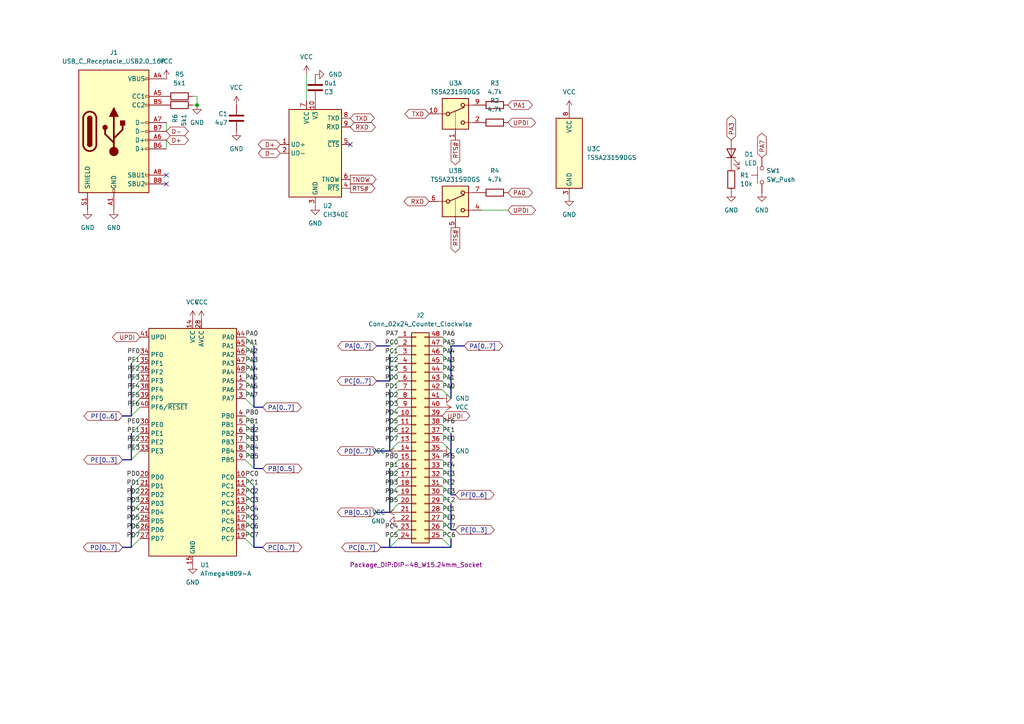
<source format=kicad_sch>
(kicad_sch (version 20231120) (generator "eeschema") (generator_version "8.0")
  (paper "A4")
  (lib_symbols
    (symbol "Analog_Switch:TS5A23159DGS"
      (property "Reference" "U" (at -5.08 8.89 0))
      (property "Value" "TS5A23159DGS" (at -5.08 6.985 0))
      (symbol "TS5A23159DGS_1_1"
        (rectangle (start -3.81 4.445) (end 3.81 -4.445) (stroke (width 0.254)) (fill (type background)))
        (circle (center -2.159 0) (radius 0.508) (stroke (width 0.254)))
        (polyline (pts (xy -5.08 0) (xy -2.794 0)))
        (polyline (pts (xy -1.651 0.127) (xy 2.54 1.905)) (stroke (width 0.254)))
        (polyline (pts (xy 0 -5.08) (xy 0 -4.572)))
        (polyline (pts (xy 0 -4.318) (xy 0 -4.064)))
        (polyline (pts (xy 0 -3.81) (xy 0 -3.556)))
        (polyline (pts (xy 0 -3.302) (xy 0 -3.048)))
        (polyline (pts (xy 0 -2.794) (xy 0 -2.54)))
        (polyline (pts (xy 0 -2.286) (xy 0 -2.032)))
        (polyline (pts (xy 0 -1.778) (xy 0 -1.524)))
        (polyline (pts (xy 0 -1.27) (xy 0 -1.016)))
        (polyline (pts (xy 0 -0.762) (xy 0 -0.508)))
        (polyline (pts (xy 0 -0.254) (xy 0 0)))
        (polyline (pts (xy 0 0.254) (xy 0 0.508)))
        (polyline (pts (xy 5.08 -2.54) (xy 2.794 -2.54)))
        (polyline (pts (xy 5.08 2.54) (xy 2.794 2.54)))
        (circle (center 2.159 -2.54) (radius 0.508) (stroke (width 0.254)))
        (circle (center 2.159 2.54) (radius 0.508) (stroke (width 0.254)))
        (pin input line (at 0 -7.62 90) (length 2.54) (name "~") (number "1"))
        (pin passive line (at -7.62 0 0) (length 2.54) (name "~") (number "10"))
        (pin passive line (at 7.62 -2.54 180) (length 2.54) (name "~") (number "2"))
        (pin passive line (at 7.62 2.54 180) (length 2.54) (name "~") (number "9"))
      )
      (symbol "TS5A23159DGS_2_1"
        (rectangle (start -3.81 4.445) (end 3.81 -4.445) (stroke (width 0.254)) (fill (type background)))
        (circle (center -2.159 0) (radius 0.508) (stroke (width 0.254)))
        (polyline (pts (xy -5.08 0) (xy -2.794 0)))
        (polyline (pts (xy -1.651 0.127) (xy 2.54 1.905)) (stroke (width 0.254)))
        (polyline (pts (xy 0 -5.08) (xy 0 -4.572)))
        (polyline (pts (xy 0 -4.318) (xy 0 -4.064)))
        (polyline (pts (xy 0 -3.81) (xy 0 -3.556)))
        (polyline (pts (xy 0 -3.302) (xy 0 -3.048)))
        (polyline (pts (xy 0 -2.794) (xy 0 -2.54)))
        (polyline (pts (xy 0 -2.286) (xy 0 -2.032)))
        (polyline (pts (xy 0 -1.778) (xy 0 -1.524)))
        (polyline (pts (xy 0 -1.27) (xy 0 -1.016)))
        (polyline (pts (xy 0 -0.762) (xy 0 -0.508)))
        (polyline (pts (xy 0 -0.254) (xy 0 0)))
        (polyline (pts (xy 0 0.254) (xy 0 0.508)))
        (polyline (pts (xy 5.08 -2.54) (xy 2.794 -2.54)))
        (polyline (pts (xy 5.08 2.54) (xy 2.794 2.54)))
        (circle (center 2.159 -2.54) (radius 0.508) (stroke (width 0.254)))
        (circle (center 2.159 2.54) (radius 0.508) (stroke (width 0.254)))
        (pin passive line (at 7.62 -2.54 180) (length 2.54) (name "~") (number "4"))
        (pin input line (at 0 -7.62 90) (length 2.54) (name "~") (number "5"))
        (pin passive line (at -7.62 0 0) (length 2.54) (name "~") (number "6"))
        (pin passive line (at 7.62 2.54 180) (length 2.54) (name "~") (number "7"))
      )
      (symbol "TS5A23159DGS_3_1"
        (rectangle (start -3.81 10.16) (end 3.81 -10.16) (stroke (width 0.254)) (fill (type background)))
        (pin power_in line (at 0 -12.7 90) (length 2.54) (name "GND") (number "3"))
        (pin power_in line (at 0 12.7 270) (length 2.54) (name "VCC") (number "8"))
      )
    )
    (symbol "Connector:USB_C_Receptacle_USB2.0_16P" (pin_names (offset 1.016))
      (property "Reference" "J" (at 0 22.225 0))
      (property "Value" "USB_C_Receptacle_USB2.0_16P" (at 0 19.685 0))
      (symbol "USB_C_Receptacle_USB2.0_16P_0_0"
        (rectangle (start -0.254 -17.78) (end 0.254 -16.764))
        (rectangle (start 10.16 -14.986) (end 9.144 -15.494))
        (rectangle (start 10.16 -12.446) (end 9.144 -12.954))
        (rectangle (start 10.16 -4.826) (end 9.144 -5.334))
        (rectangle (start 10.16 -2.286) (end 9.144 -2.794))
        (rectangle (start 10.16 0.254) (end 9.144 -0.254))
        (rectangle (start 10.16 2.794) (end 9.144 2.286))
        (rectangle (start 10.16 7.874) (end 9.144 7.366))
        (rectangle (start 10.16 10.414) (end 9.144 9.906))
        (rectangle (start 10.16 15.494) (end 9.144 14.986))
      )
      (symbol "USB_C_Receptacle_USB2.0_16P_0_1"
        (rectangle (start -10.16 17.78) (end 10.16 -17.78) (stroke (width 0.254)) (fill (type background)))
        (arc (start -8.89 -3.81) (mid -6.985 -5.7067) (end -5.08 -3.81) (stroke (width 0.508)))
        (arc (start -7.62 -3.81) (mid -6.985 -4.4423) (end -6.35 -3.81) (stroke (width 0.254)))
        (arc (start -7.62 -3.81) (mid -6.985 -4.4423) (end -6.35 -3.81) (stroke (width 0.254)) (fill (type outline)))
        (rectangle (start -7.62 -3.81) (end -6.35 3.81) (stroke (width 0.254)) (fill (type outline)))
        (arc (start -6.35 3.81) (mid -6.985 4.4423) (end -7.62 3.81) (stroke (width 0.254)))
        (arc (start -6.35 3.81) (mid -6.985 4.4423) (end -7.62 3.81) (stroke (width 0.254)) (fill (type outline)))
        (arc (start -5.08 3.81) (mid -6.985 5.7067) (end -8.89 3.81) (stroke (width 0.508)))
        (circle (center -2.54 1.143) (radius 0.635) (stroke (width 0.254)) (fill (type outline)))
        (circle (center 0 -5.842) (radius 1.27) (fill (type outline)))
        (polyline (pts (xy -8.89 -3.81) (xy -8.89 3.81)) (stroke (width 0.508)))
        (polyline (pts (xy -5.08 3.81) (xy -5.08 -3.81)) (stroke (width 0.508)))
        (polyline (pts (xy 0 -5.842) (xy 0 4.318)) (stroke (width 0.508)))
        (polyline (pts (xy 0 -3.302) (xy -2.54 -0.762) (xy -2.54 0.508)) (stroke (width 0.508)))
        (polyline (pts (xy 0 -2.032) (xy 2.54 0.508) (xy 2.54 1.778)) (stroke (width 0.508)))
        (polyline (pts (xy -1.27 4.318) (xy 0 6.858) (xy 1.27 4.318) (xy -1.27 4.318)) (stroke (width 0.254)) (fill (type outline)))
        (rectangle (start 1.905 1.778) (end 3.175 3.048) (stroke (width 0.254)) (fill (type outline)))
      )
      (symbol "USB_C_Receptacle_USB2.0_16P_1_1"
        (pin passive line (at 0 -22.86 90) (length 5.08) (name "GND") (number "A1"))
        (pin passive line (at 0 -22.86 90) (length 5.08) hide (name "GND") (number "A12"))
        (pin passive line (at 15.24 15.24 180) (length 5.08) (name "VBUS") (number "A4"))
        (pin bidirectional line (at 15.24 10.16 180) (length 5.08) (name "CC1") (number "A5"))
        (pin bidirectional line (at 15.24 -2.54 180) (length 5.08) (name "D+") (number "A6"))
        (pin bidirectional line (at 15.24 2.54 180) (length 5.08) (name "D-") (number "A7"))
        (pin bidirectional line (at 15.24 -12.7 180) (length 5.08) (name "SBU1") (number "A8"))
        (pin passive line (at 15.24 15.24 180) (length 5.08) hide (name "VBUS") (number "A9"))
        (pin passive line (at 0 -22.86 90) (length 5.08) hide (name "GND") (number "B1"))
        (pin passive line (at 0 -22.86 90) (length 5.08) hide (name "GND") (number "B12"))
        (pin passive line (at 15.24 15.24 180) (length 5.08) hide (name "VBUS") (number "B4"))
        (pin bidirectional line (at 15.24 7.62 180) (length 5.08) (name "CC2") (number "B5"))
        (pin bidirectional line (at 15.24 -5.08 180) (length 5.08) (name "D+") (number "B6"))
        (pin bidirectional line (at 15.24 0 180) (length 5.08) (name "D-") (number "B7"))
        (pin bidirectional line (at 15.24 -15.24 180) (length 5.08) (name "SBU2") (number "B8"))
        (pin passive line (at 15.24 15.24 180) (length 5.08) hide (name "VBUS") (number "B9"))
        (pin passive line (at -7.62 -22.86 90) (length 5.08) (name "SHIELD") (number "S1"))
      )
    )
    (symbol "Connector_Generic:Conn_02x24_Counter_Clockwise" (pin_names (offset 1.016) hide)
      (property "Reference" "J" (at 1.27 30.48 0))
      (property "Value" "Conn_02x24_Counter_Clockwise" (at 1.27 -33.02 0))
      (symbol "Conn_02x24_Counter_Clockwise_1_1"
        (rectangle (start -1.27 -30.353) (end 0 -30.607) (stroke (width 0.1524)))
        (rectangle (start -1.27 -27.813) (end 0 -28.067) (stroke (width 0.1524)))
        (rectangle (start -1.27 -25.273) (end 0 -25.527) (stroke (width 0.1524)))
        (rectangle (start -1.27 -22.733) (end 0 -22.987) (stroke (width 0.1524)))
        (rectangle (start -1.27 -20.193) (end 0 -20.447) (stroke (width 0.1524)))
        (rectangle (start -1.27 -17.653) (end 0 -17.907) (stroke (width 0.1524)))
        (rectangle (start -1.27 -15.113) (end 0 -15.367) (stroke (width 0.1524)))
        (rectangle (start -1.27 -12.573) (end 0 -12.827) (stroke (width 0.1524)))
        (rectangle (start -1.27 -10.033) (end 0 -10.287) (stroke (width 0.1524)))
        (rectangle (start -1.27 -7.493) (end 0 -7.747) (stroke (width 0.1524)))
        (rectangle (start -1.27 -4.953) (end 0 -5.207) (stroke (width 0.1524)))
        (rectangle (start -1.27 -2.413) (end 0 -2.667) (stroke (width 0.1524)))
        (rectangle (start -1.27 0.127) (end 0 -0.127) (stroke (width 0.1524)))
        (rectangle (start -1.27 2.667) (end 0 2.413) (stroke (width 0.1524)))
        (rectangle (start -1.27 5.207) (end 0 4.953) (stroke (width 0.1524)))
        (rectangle (start -1.27 7.747) (end 0 7.493) (stroke (width 0.1524)))
        (rectangle (start -1.27 10.287) (end 0 10.033) (stroke (width 0.1524)))
        (rectangle (start -1.27 12.827) (end 0 12.573) (stroke (width 0.1524)))
        (rectangle (start -1.27 15.367) (end 0 15.113) (stroke (width 0.1524)))
        (rectangle (start -1.27 17.907) (end 0 17.653) (stroke (width 0.1524)))
        (rectangle (start -1.27 20.447) (end 0 20.193) (stroke (width 0.1524)))
        (rectangle (start -1.27 22.987) (end 0 22.733) (stroke (width 0.1524)))
        (rectangle (start -1.27 25.527) (end 0 25.273) (stroke (width 0.1524)))
        (rectangle (start -1.27 28.067) (end 0 27.813) (stroke (width 0.1524)))
        (rectangle (start -1.27 29.21) (end 3.81 -31.75) (stroke (width 0.254)) (fill (type background)))
        (rectangle (start 3.81 -30.353) (end 2.54 -30.607) (stroke (width 0.1524)))
        (rectangle (start 3.81 -27.813) (end 2.54 -28.067) (stroke (width 0.1524)))
        (rectangle (start 3.81 -25.273) (end 2.54 -25.527) (stroke (width 0.1524)))
        (rectangle (start 3.81 -22.733) (end 2.54 -22.987) (stroke (width 0.1524)))
        (rectangle (start 3.81 -20.193) (end 2.54 -20.447) (stroke (width 0.1524)))
        (rectangle (start 3.81 -17.653) (end 2.54 -17.907) (stroke (width 0.1524)))
        (rectangle (start 3.81 -15.113) (end 2.54 -15.367) (stroke (width 0.1524)))
        (rectangle (start 3.81 -12.573) (end 2.54 -12.827) (stroke (width 0.1524)))
        (rectangle (start 3.81 -10.033) (end 2.54 -10.287) (stroke (width 0.1524)))
        (rectangle (start 3.81 -7.493) (end 2.54 -7.747) (stroke (width 0.1524)))
        (rectangle (start 3.81 -4.953) (end 2.54 -5.207) (stroke (width 0.1524)))
        (rectangle (start 3.81 -2.413) (end 2.54 -2.667) (stroke (width 0.1524)))
        (rectangle (start 3.81 0.127) (end 2.54 -0.127) (stroke (width 0.1524)))
        (rectangle (start 3.81 2.667) (end 2.54 2.413) (stroke (width 0.1524)))
        (rectangle (start 3.81 5.207) (end 2.54 4.953) (stroke (width 0.1524)))
        (rectangle (start 3.81 7.747) (end 2.54 7.493) (stroke (width 0.1524)))
        (rectangle (start 3.81 10.287) (end 2.54 10.033) (stroke (width 0.1524)))
        (rectangle (start 3.81 12.827) (end 2.54 12.573) (stroke (width 0.1524)))
        (rectangle (start 3.81 15.367) (end 2.54 15.113) (stroke (width 0.1524)))
        (rectangle (start 3.81 17.907) (end 2.54 17.653) (stroke (width 0.1524)))
        (rectangle (start 3.81 20.447) (end 2.54 20.193) (stroke (width 0.1524)))
        (rectangle (start 3.81 22.987) (end 2.54 22.733) (stroke (width 0.1524)))
        (rectangle (start 3.81 25.527) (end 2.54 25.273) (stroke (width 0.1524)))
        (rectangle (start 3.81 28.067) (end 2.54 27.813) (stroke (width 0.1524)))
        (pin passive line (at -5.08 27.94 0) (length 3.81) (name "Pin_1") (number "1"))
        (pin passive line (at -5.08 5.08 0) (length 3.81) (name "Pin_10") (number "10"))
        (pin passive line (at -5.08 2.54 0) (length 3.81) (name "Pin_11") (number "11"))
        (pin passive line (at -5.08 0 0) (length 3.81) (name "Pin_12") (number "12"))
        (pin passive line (at -5.08 -2.54 0) (length 3.81) (name "Pin_13") (number "13"))
        (pin passive line (at -5.08 -5.08 0) (length 3.81) (name "Pin_14") (number "14"))
        (pin passive line (at -5.08 -7.62 0) (length 3.81) (name "Pin_15") (number "15"))
        (pin passive line (at -5.08 -10.16 0) (length 3.81) (name "Pin_16") (number "16"))
        (pin passive line (at -5.08 -12.7 0) (length 3.81) (name "Pin_17") (number "17"))
        (pin passive line (at -5.08 -15.24 0) (length 3.81) (name "Pin_18") (number "18"))
        (pin passive line (at -5.08 -17.78 0) (length 3.81) (name "Pin_19") (number "19"))
        (pin passive line (at -5.08 25.4 0) (length 3.81) (name "Pin_2") (number "2"))
        (pin passive line (at -5.08 -20.32 0) (length 3.81) (name "Pin_20") (number "20"))
        (pin passive line (at -5.08 -22.86 0) (length 3.81) (name "Pin_21") (number "21"))
        (pin passive line (at -5.08 -25.4 0) (length 3.81) (name "Pin_22") (number "22"))
        (pin passive line (at -5.08 -27.94 0) (length 3.81) (name "Pin_23") (number "23"))
        (pin passive line (at -5.08 -30.48 0) (length 3.81) (name "Pin_24") (number "24"))
        (pin passive line (at 7.62 -30.48 180) (length 3.81) (name "Pin_25") (number "25"))
        (pin passive line (at 7.62 -27.94 180) (length 3.81) (name "Pin_26") (number "26"))
        (pin passive line (at 7.62 -25.4 180) (length 3.81) (name "Pin_27") (number "27"))
        (pin passive line (at 7.62 -22.86 180) (length 3.81) (name "Pin_28") (number "28"))
        (pin passive line (at 7.62 -20.32 180) (length 3.81) (name "Pin_29") (number "29"))
        (pin passive line (at -5.08 22.86 0) (length 3.81) (name "Pin_3") (number "3"))
        (pin passive line (at 7.62 -17.78 180) (length 3.81) (name "Pin_30") (number "30"))
        (pin passive line (at 7.62 -15.24 180) (length 3.81) (name "Pin_31") (number "31"))
        (pin passive line (at 7.62 -12.7 180) (length 3.81) (name "Pin_32") (number "32"))
        (pin passive line (at 7.62 -10.16 180) (length 3.81) (name "Pin_33") (number "33"))
        (pin passive line (at 7.62 -7.62 180) (length 3.81) (name "Pin_34") (number "34"))
        (pin passive line (at 7.62 -5.08 180) (length 3.81) (name "Pin_35") (number "35"))
        (pin passive line (at 7.62 -2.54 180) (length 3.81) (name "Pin_36") (number "36"))
        (pin passive line (at 7.62 0 180) (length 3.81) (name "Pin_37") (number "37"))
        (pin passive line (at 7.62 2.54 180) (length 3.81) (name "Pin_38") (number "38"))
        (pin passive line (at 7.62 5.08 180) (length 3.81) (name "Pin_39") (number "39"))
        (pin passive line (at -5.08 20.32 0) (length 3.81) (name "Pin_4") (number "4"))
        (pin passive line (at 7.62 7.62 180) (length 3.81) (name "Pin_40") (number "40"))
        (pin passive line (at 7.62 10.16 180) (length 3.81) (name "Pin_41") (number "41"))
        (pin passive line (at 7.62 12.7 180) (length 3.81) (name "Pin_42") (number "42"))
        (pin passive line (at 7.62 15.24 180) (length 3.81) (name "Pin_43") (number "43"))
        (pin passive line (at 7.62 17.78 180) (length 3.81) (name "Pin_44") (number "44"))
        (pin passive line (at 7.62 20.32 180) (length 3.81) (name "Pin_45") (number "45"))
        (pin passive line (at 7.62 22.86 180) (length 3.81) (name "Pin_46") (number "46"))
        (pin passive line (at 7.62 25.4 180) (length 3.81) (name "Pin_47") (number "47"))
        (pin passive line (at 7.62 27.94 180) (length 3.81) (name "Pin_48") (number "48"))
        (pin passive line (at -5.08 17.78 0) (length 3.81) (name "Pin_5") (number "5"))
        (pin passive line (at -5.08 15.24 0) (length 3.81) (name "Pin_6") (number "6"))
        (pin passive line (at -5.08 12.7 0) (length 3.81) (name "Pin_7") (number "7"))
        (pin passive line (at -5.08 10.16 0) (length 3.81) (name "Pin_8") (number "8"))
        (pin passive line (at -5.08 7.62 0) (length 3.81) (name "Pin_9") (number "9"))
      )
    )
    (symbol "Device:C" (pin_numbers hide) (pin_names (offset 0.254))
      (property "Reference" "C" (at 0.635 2.54 0))
      (property "Value" "C" (at 0.635 -2.54 0))
      (symbol "C_0_1"
        (polyline (pts (xy -2.032 -0.762) (xy 2.032 -0.762)) (stroke (width 0.508)))
        (polyline (pts (xy -2.032 0.762) (xy 2.032 0.762)) (stroke (width 0.508)))
      )
      (symbol "C_1_1"
        (pin passive line (at 0 3.81 270) (length 2.794) (name "~") (number "1"))
        (pin passive line (at 0 -3.81 90) (length 2.794) (name "~") (number "2"))
      )
    )
    (symbol "Device:LED" (pin_numbers hide) (pin_names (offset 1.016) hide)
      (property "Reference" "D" (at 0 2.54 0))
      (property "Value" "LED" (at 0 -2.54 0))
      (symbol "LED_0_1"
        (polyline (pts (xy -1.27 -1.27) (xy -1.27 1.27)) (stroke (width 0.254)))
        (polyline (pts (xy -1.27 0) (xy 1.27 0)))
        (polyline (pts (xy 1.27 -1.27) (xy 1.27 1.27) (xy -1.27 0) (xy 1.27 -1.27)) (stroke (width 0.254)))
        (polyline (pts (xy -3.048 -0.762) (xy -4.572 -2.286) (xy -3.81 -2.286) (xy -4.572 -2.286) (xy -4.572 -1.524)))
        (polyline (pts (xy -1.778 -0.762) (xy -3.302 -2.286) (xy -2.54 -2.286) (xy -3.302 -2.286) (xy -3.302 -1.524)))
      )
      (symbol "LED_1_1"
        (pin passive line (at -3.81 0 0) (length 2.54) (name "K") (number "1"))
        (pin passive line (at 3.81 0 180) (length 2.54) (name "A") (number "2"))
      )
    )
    (symbol "Device:R" (pin_numbers hide) (pin_names (offset 0))
      (property "Reference" "R" (at 2.032 0 90))
      (property "Value" "R" (at 0 0 90))
      (symbol "R_0_1"
        (rectangle (start -1.016 -2.54) (end 1.016 2.54) (stroke (width 0.254)))
      )
      (symbol "R_1_1"
        (pin passive line (at 0 3.81 270) (length 1.27) (name "~") (number "1"))
        (pin passive line (at 0 -3.81 90) (length 1.27) (name "~") (number "2"))
      )
    )
    (symbol "GND_1" (power) (pin_numbers hide) (pin_names (offset 0) hide)
      (property "Value" "GND" (at 0 -3.81 0))
      (symbol "GND_1_0_1"
        (polyline (pts (xy 0 0) (xy 0 -1.27) (xy 1.27 -1.27) (xy 0 -2.54) (xy -1.27 -1.27) (xy 0 -1.27)))
      )
      (symbol "GND_1_1_1"
        (pin power_in line (at 0 0 270) (length 0) (name "~") (number "1"))
      )
    )
    (symbol "Interface_USB:CH340E"
      (property "Reference" "U" (at -5.08 13.97 0))
      (property "Value" "CH340E" (at 1.27 13.97 0))
      (symbol "CH340E_0_1"
        (rectangle (start -7.62 12.7) (end 7.62 -12.7) (stroke (width 0.254)) (fill (type background)))
      )
      (symbol "CH340E_1_1"
        (pin bidirectional line (at -10.16 2.54 0) (length 2.54) (name "UD+") (number "1"))
        (pin power_out line (at 0 15.24 270) (length 2.54) (name "V3") (number "10"))
        (pin bidirectional line (at -10.16 0 0) (length 2.54) (name "UD-") (number "2"))
        (pin power_in line (at 0 -15.24 90) (length 2.54) (name "GND") (number "3"))
        (pin output line (at 10.16 -10.16 180) (length 2.54) (name "~{RTS}") (number "4"))
        (pin input line (at 10.16 2.54 180) (length 2.54) (name "~{CTS}") (number "5"))
        (pin output line (at 10.16 -7.62 180) (length 2.54) (name "TNOW") (number "6"))
        (pin power_in line (at -2.54 15.24 270) (length 2.54) (name "VCC") (number "7"))
        (pin output line (at 10.16 10.16 180) (length 2.54) (name "TXD") (number "8"))
        (pin input line (at 10.16 7.62 180) (length 2.54) (name "RXD") (number "9"))
      )
    )
    (symbol "MCU_Microchip_ATmega:ATmega4809-A"
      (property "Reference" "U" (at -12.7 34.29 0))
      (property "Value" "ATmega4809-A" (at 2.54 -34.29 0))
      (symbol "ATmega4809-A_0_1"
        (rectangle (start -12.7 -33.02) (end 12.7 33.02) (stroke (width 0.254)) (fill (type background)))
      )
      (symbol "ATmega4809-A_1_1"
        (pin bidirectional line (at 15.24 17.78 180) (length 2.54) (name "PA5") (number "1"))
        (pin bidirectional line (at 15.24 -10.16 180) (length 2.54) (name "PC0") (number "10"))
        (pin bidirectional line (at 15.24 -12.7 180) (length 2.54) (name "PC1") (number "11"))
        (pin bidirectional line (at 15.24 -15.24 180) (length 2.54) (name "PC2") (number "12"))
        (pin bidirectional line (at 15.24 -17.78 180) (length 2.54) (name "PC3") (number "13"))
        (pin power_in line (at 0 35.56 270) (length 2.54) (name "VCC") (number "14"))
        (pin power_in line (at 0 -35.56 90) (length 2.54) (name "GND") (number "15"))
        (pin bidirectional line (at 15.24 -20.32 180) (length 2.54) (name "PC4") (number "16"))
        (pin bidirectional line (at 15.24 -22.86 180) (length 2.54) (name "PC5") (number "17"))
        (pin bidirectional line (at 15.24 -25.4 180) (length 2.54) (name "PC6") (number "18"))
        (pin bidirectional line (at 15.24 -27.94 180) (length 2.54) (name "PC7") (number "19"))
        (pin bidirectional line (at 15.24 15.24 180) (length 2.54) (name "PA6") (number "2"))
        (pin bidirectional line (at -15.24 -10.16 0) (length 2.54) (name "PD0") (number "20"))
        (pin bidirectional line (at -15.24 -12.7 0) (length 2.54) (name "PD1") (number "21"))
        (pin bidirectional line (at -15.24 -15.24 0) (length 2.54) (name "PD2") (number "22"))
        (pin bidirectional line (at -15.24 -17.78 0) (length 2.54) (name "PD3") (number "23"))
        (pin bidirectional line (at -15.24 -20.32 0) (length 2.54) (name "PD4") (number "24"))
        (pin bidirectional line (at -15.24 -22.86 0) (length 2.54) (name "PD5") (number "25"))
        (pin bidirectional line (at -15.24 -25.4 0) (length 2.54) (name "PD6") (number "26"))
        (pin bidirectional line (at -15.24 -27.94 0) (length 2.54) (name "PD7") (number "27"))
        (pin power_in line (at 2.54 35.56 270) (length 2.54) (name "AVCC") (number "28"))
        (pin passive line (at 0 -35.56 90) (length 2.54) hide (name "GND") (number "29"))
        (pin bidirectional line (at 15.24 12.7 180) (length 2.54) (name "PA7") (number "3"))
        (pin bidirectional line (at -15.24 5.08 0) (length 2.54) (name "PE0") (number "30"))
        (pin bidirectional line (at -15.24 2.54 0) (length 2.54) (name "PE1") (number "31"))
        (pin bidirectional line (at -15.24 0 0) (length 2.54) (name "PE2") (number "32"))
        (pin bidirectional line (at -15.24 -2.54 0) (length 2.54) (name "PE3") (number "33"))
        (pin bidirectional line (at -15.24 25.4 0) (length 2.54) (name "PF0") (number "34"))
        (pin bidirectional line (at -15.24 22.86 0) (length 2.54) (name "PF1") (number "35"))
        (pin bidirectional line (at -15.24 20.32 0) (length 2.54) (name "PF2") (number "36"))
        (pin bidirectional line (at -15.24 17.78 0) (length 2.54) (name "PF3") (number "37"))
        (pin bidirectional line (at -15.24 15.24 0) (length 2.54) (name "PF4") (number "38"))
        (pin bidirectional line (at -15.24 12.7 0) (length 2.54) (name "PF5") (number "39"))
        (pin bidirectional line (at 15.24 7.62 180) (length 2.54) (name "PB0") (number "4"))
        (pin bidirectional line (at -15.24 10.16 0) (length 2.54) (name "PF6/~{RESET}") (number "40"))
        (pin bidirectional line (at -15.24 30.48 0) (length 2.54) (name "UPDI") (number "41"))
        (pin passive line (at 0 35.56 270) (length 2.54) hide (name "VCC") (number "42"))
        (pin passive line (at 0 -35.56 90) (length 2.54) hide (name "GND") (number "43"))
        (pin bidirectional line (at 15.24 30.48 180) (length 2.54) (name "PA0") (number "44"))
        (pin bidirectional line (at 15.24 27.94 180) (length 2.54) (name "PA1") (number "45"))
        (pin bidirectional line (at 15.24 25.4 180) (length 2.54) (name "PA2") (number "46"))
        (pin bidirectional line (at 15.24 22.86 180) (length 2.54) (name "PA3") (number "47"))
        (pin bidirectional line (at 15.24 20.32 180) (length 2.54) (name "PA4") (number "48"))
        (pin bidirectional line (at 15.24 5.08 180) (length 2.54) (name "PB1") (number "5"))
        (pin bidirectional line (at 15.24 2.54 180) (length 2.54) (name "PB2") (number "6"))
        (pin bidirectional line (at 15.24 0 180) (length 2.54) (name "PB3") (number "7"))
        (pin bidirectional line (at 15.24 -2.54 180) (length 2.54) (name "PB4") (number "8"))
        (pin bidirectional line (at 15.24 -5.08 180) (length 2.54) (name "PB5") (number "9"))
      )
    )
    (symbol "Switch:SW_Push" (pin_numbers hide) (pin_names (offset 1.016) hide)
      (property "Reference" "SW" (at 1.27 2.54 0))
      (property "Value" "SW_Push" (at 0 -1.524 0))
      (symbol "SW_Push_0_1"
        (circle (center -2.032 0) (radius 0.508))
        (polyline (pts (xy 0 1.27) (xy 0 3.048)))
        (polyline (pts (xy 2.54 1.27) (xy -2.54 1.27)))
        (circle (center 2.032 0) (radius 0.508))
        (pin passive line (at -5.08 0 0) (length 2.54) (name "1") (number "1"))
        (pin passive line (at 5.08 0 180) (length 2.54) (name "2") (number "2"))
      )
    )
    (symbol "power:GND" (power) (pin_names (offset 0))
      (property "Value" "GND" (at 0 -3.81 0))
      (symbol "GND_0_1"
        (polyline (pts (xy 0 0) (xy 0 -1.27) (xy 1.27 -1.27) (xy 0 -2.54) (xy -1.27 -1.27) (xy 0 -1.27)))
      )
      (symbol "GND_1_1"
        (pin power_in line (at 0 0 270) (length 0) hide (name "GND") (number "1"))
      )
    )
    (symbol "power:VCC" (power) (pin_names (offset 0))
      (property "Value" "VCC" (at 0 3.81 0))
      (symbol "VCC_0_1"
        (polyline (pts (xy -0.762 1.27) (xy 0 2.54)))
        (polyline (pts (xy 0 0) (xy 0 2.54)))
        (polyline (pts (xy 0 2.54) (xy 0.762 1.27)))
      )
      (symbol "VCC_1_1"
        (pin power_in line (at 0 0 90) (length 0) hide (name "VCC") (number "1"))
      )
    )
  )
  (junction (at 57.15 30.48))
  (no_connect (at 48.26 50.8))
  (no_connect (at 101.6 41.91))
  (no_connect (at 48.26 53.34))
  (bus_entry (at 40.64 102.87) (size -2.54 2.54))
  (bus_entry (at 40.64 125.73) (size -2.54 2.54))
  (bus_entry (at 40.64 105.41) (size -2.54 2.54))
  (bus_entry (at 40.64 123.19) (size -2.54 2.54))
  (bus_entry (at 73.66 135.89) (size -2.54 -2.54))
  (bus_entry (at 40.64 118.11) (size -2.54 2.54))
  (bus_entry (at 128.27 135.89) (size 2.54 2.54))
  (bus_entry (at 128.27 100.33) (size 2.54 2.54))
  (bus_entry (at 113.03 125.73) (size 2.54 -2.54))
  (bus_entry (at 71.12 156.21) (size 2.54 2.54))
  (bus_entry (at 71.12 151.13) (size 2.54 2.54))
  (bus_entry (at 128.27 148.59) (size 2.54 2.54))
  (bus_entry (at 40.64 140.97) (size -2.54 2.54))
  (bus_entry (at 128.27 146.05) (size 2.54 2.54))
  (bus_entry (at 113.03 110.49) (size 2.54 -2.54))
  (bus_entry (at 40.64 148.59) (size -2.54 2.54))
  (bus_entry (at 71.12 100.33) (size 2.54 2.54))
  (bus_entry (at 115.57 146.05) (size -2.54 2.54))
  (bus_entry (at 113.03 120.65) (size 2.54 -2.54))
  (bus_entry (at 113.03 115.57) (size 2.54 -2.54))
  (bus_entry (at 115.57 140.97) (size -2.54 2.54))
  (bus_entry (at 40.64 128.27) (size -2.54 2.54))
  (bus_entry (at 40.64 151.13) (size -2.54 2.54))
  (bus_entry (at 73.66 130.81) (size -2.54 -2.54))
  (bus_entry (at 113.03 113.03) (size 2.54 -2.54))
  (bus_entry (at 71.12 138.43) (size 2.54 2.54))
  (bus_entry (at 71.12 105.41) (size 2.54 2.54))
  (bus_entry (at 113.03 128.27) (size 2.54 -2.54))
  (bus_entry (at 113.03 107.95) (size 2.54 -2.54))
  (bus_entry (at 128.27 125.73) (size 2.54 2.54))
  (bus_entry (at 128.27 128.27) (size 2.54 2.54))
  (bus_entry (at 128.27 107.95) (size 2.54 2.54))
  (bus_entry (at 128.27 133.35) (size 2.54 2.54))
  (bus_entry (at 128.27 105.41) (size 2.54 2.54))
  (bus_entry (at 71.12 115.57) (size 2.54 2.54))
  (bus_entry (at 115.57 138.43) (size -2.54 2.54))
  (bus_entry (at 128.27 153.67) (size 2.54 2.54))
  (bus_entry (at 40.64 138.43) (size -2.54 2.54))
  (bus_entry (at 40.64 107.95) (size -2.54 2.54))
  (bus_entry (at 73.66 123.19) (size -2.54 -2.54))
  (bus_entry (at 40.64 115.57) (size -2.54 2.54))
  (bus_entry (at 128.27 151.13) (size 2.54 2.54))
  (bus_entry (at 115.57 135.89) (size -2.54 2.54))
  (bus_entry (at 71.12 97.79) (size 2.54 2.54))
  (bus_entry (at 40.64 153.67) (size -2.54 2.54))
  (bus_entry (at 128.27 102.87) (size 2.54 2.54))
  (bus_entry (at 113.03 105.41) (size 2.54 -2.54))
  (bus_entry (at 128.27 110.49) (size 2.54 2.54))
  (bus_entry (at 73.66 128.27) (size -2.54 -2.54))
  (bus_entry (at 128.27 143.51) (size 2.54 2.54))
  (bus_entry (at 71.12 153.67) (size 2.54 2.54))
  (bus_entry (at 73.66 125.73) (size -2.54 -2.54))
  (bus_entry (at 40.64 143.51) (size -2.54 2.54))
  (bus_entry (at 113.03 123.19) (size 2.54 -2.54))
  (bus_entry (at 115.57 153.67) (size -2.54 2.54))
  (bus_entry (at 40.64 156.21) (size -2.54 2.54))
  (bus_entry (at 113.03 130.81) (size 2.54 -2.54))
  (bus_entry (at 71.12 140.97) (size 2.54 2.54))
  (bus_entry (at 115.57 133.35) (size -2.54 2.54))
  (bus_entry (at 115.57 156.21) (size -2.54 2.54))
  (bus_entry (at 73.66 133.35) (size -2.54 -2.54))
  (bus_entry (at 71.12 110.49) (size 2.54 2.54))
  (bus_entry (at 113.03 102.87) (size 2.54 -2.54))
  (bus_entry (at 40.64 113.03) (size -2.54 2.54))
  (bus_entry (at 71.12 148.59) (size 2.54 2.54))
  (bus_entry (at 115.57 143.51) (size -2.54 2.54))
  (bus_entry (at 40.64 146.05) (size -2.54 2.54))
  (bus_entry (at 71.12 107.95) (size 2.54 2.54))
  (bus_entry (at 128.27 140.97) (size 2.54 2.54))
  (bus_entry (at 128.27 138.43) (size 2.54 2.54))
  (bus_entry (at 128.27 123.19) (size 2.54 2.54))
  (bus_entry (at 113.03 100.33) (size 2.54 -2.54))
  (bus_entry (at 71.12 102.87) (size 2.54 2.54))
  (bus_entry (at 40.64 130.81) (size -2.54 2.54))
  (bus_entry (at 113.03 118.11) (size 2.54 -2.54))
  (bus_entry (at 128.27 113.03) (size 2.54 2.54))
  (bus_entry (at 128.27 156.21) (size 2.54 2.54))
  (bus_entry (at 71.12 146.05) (size 2.54 2.54))
  (bus_entry (at 71.12 113.03) (size 2.54 2.54))
  (bus_entry (at 71.12 143.51) (size 2.54 2.54))
  (bus_entry (at 40.64 110.49) (size -2.54 2.54))
  (bus_entry (at 128.27 97.79) (size 2.54 2.54))
  (bus (pts (xy 38.1 110.49) (xy 38.1 113.03)))
  (bus (pts (xy 73.66 113.03) (xy 73.66 115.57)))
  (bus (pts (xy 76.2 135.89) (xy 73.66 135.89)))
  (bus (pts (xy 130.81 135.89) (xy 130.81 138.43)))
  (bus (pts (xy 38.1 120.65) (xy 38.1 118.11)))
  (bus (pts (xy 38.1 153.67) (xy 38.1 156.21)))
  (bus (pts (xy 38.1 133.35) (xy 38.1 130.81)))
  (bus (pts (xy 113.03 130.81) (xy 109.22 130.81)))
  (bus (pts (xy 38.1 107.95) (xy 38.1 110.49)))
  (bus (pts (xy 130.81 130.81) (xy 130.81 135.89)))
  (wire (pts (xy 48.26 35.56) (xy 48.26 38.1)))
  (bus (pts (xy 130.81 140.97) (xy 130.81 143.51)))
  (bus (pts (xy 130.81 146.05) (xy 130.81 148.59)))
  (bus (pts (xy 109.22 110.49) (xy 113.03 110.49)))
  (bus (pts (xy 130.81 148.59) (xy 130.81 151.13)))
  (bus (pts (xy 130.81 158.75) (xy 113.03 158.75)))
  (bus (pts (xy 38.1 151.13) (xy 38.1 153.67)))
  (bus (pts (xy 130.81 107.95) (xy 130.81 105.41)))
  (bus (pts (xy 113.03 140.97) (xy 113.03 143.51)))
  (bus (pts (xy 73.66 125.73) (xy 73.66 128.27)))
  (bus (pts (xy 38.1 113.03) (xy 38.1 115.57)))
  (bus (pts (xy 113.03 120.65) (xy 113.03 123.19)))
  (bus (pts (xy 130.81 125.73) (xy 130.81 128.27)))
  (bus (pts (xy 130.81 113.03) (xy 130.81 110.49)))
  (bus (pts (xy 130.81 156.21) (xy 130.81 158.75)))
  (bus (pts (xy 113.03 146.05) (xy 113.03 148.59)))
  (bus (pts (xy 73.66 130.81) (xy 73.66 133.35)))
  (bus (pts (xy 76.2 118.11) (xy 73.66 118.11)))
  (bus (pts (xy 73.66 100.33) (xy 73.66 102.87)))
  (bus (pts (xy 113.03 105.41) (xy 113.03 107.95)))
  (bus (pts (xy 38.1 146.05) (xy 38.1 148.59)))
  (bus (pts (xy 73.66 140.97) (xy 73.66 143.51)))
  (bus (pts (xy 76.2 158.75) (xy 73.66 158.75)))
  (wire (pts (xy 55.88 27.94) (xy 57.15 27.94)))
  (bus (pts (xy 113.03 102.87) (xy 113.03 105.41)))
  (bus (pts (xy 73.66 148.59) (xy 73.66 151.13)))
  (bus (pts (xy 73.66 146.05) (xy 73.66 148.59)))
  (bus (pts (xy 130.81 153.67) (xy 132.08 153.67)))
  (bus (pts (xy 38.1 125.73) (xy 38.1 128.27)))
  (bus (pts (xy 113.03 156.21) (xy 113.03 158.75)))
  (bus (pts (xy 130.81 143.51) (xy 132.08 143.51)))
  (bus (pts (xy 38.1 158.75) (xy 38.1 156.21)))
  (bus (pts (xy 73.66 105.41) (xy 73.66 107.95)))
  (bus (pts (xy 113.03 128.27) (xy 113.03 130.81)))
  (bus (pts (xy 113.03 100.33) (xy 109.22 100.33)))
  (bus (pts (xy 38.1 128.27) (xy 38.1 130.81)))
  (wire (pts (xy 88.9 29.21) (xy 88.9 21.59)))
  (bus (pts (xy 113.03 138.43) (xy 113.03 140.97)))
  (bus (pts (xy 73.66 158.75) (xy 73.66 156.21)))
  (bus (pts (xy 38.1 115.57) (xy 38.1 118.11)))
  (bus (pts (xy 130.81 113.03) (xy 130.81 115.57)))
  (bus (pts (xy 130.81 100.33) (xy 130.81 102.87)))
  (bus (pts (xy 73.66 102.87) (xy 73.66 105.41)))
  (bus (pts (xy 38.1 140.97) (xy 38.1 143.51)))
  (bus (pts (xy 38.1 148.59) (xy 38.1 151.13)))
  (bus (pts (xy 73.66 128.27) (xy 73.66 130.81)))
  (wire (pts (xy 48.26 40.64) (xy 48.26 43.18)))
  (bus (pts (xy 35.56 133.35) (xy 38.1 133.35)))
  (bus (pts (xy 113.03 113.03) (xy 113.03 115.57)))
  (bus (pts (xy 35.56 120.65) (xy 38.1 120.65)))
  (bus (pts (xy 113.03 115.57) (xy 113.03 118.11)))
  (bus (pts (xy 130.81 128.27) (xy 130.81 130.81)))
  (bus (pts (xy 73.66 107.95) (xy 73.66 110.49)))
  (bus (pts (xy 73.66 118.11) (xy 73.66 115.57)))
  (wire (pts (xy 57.15 27.94) (xy 57.15 30.48)))
  (bus (pts (xy 134.62 100.33) (xy 130.81 100.33)))
  (bus (pts (xy 113.03 123.19) (xy 113.03 125.73)))
  (bus (pts (xy 73.66 151.13) (xy 73.66 153.67)))
  (bus (pts (xy 113.03 158.75) (xy 110.49 158.75)))
  (wire (pts (xy 57.15 30.48) (xy 55.88 30.48)))
  (bus (pts (xy 130.81 105.41) (xy 130.81 102.87)))
  (bus (pts (xy 73.66 153.67) (xy 73.66 156.21)))
  (bus (pts (xy 113.03 143.51) (xy 113.03 146.05)))
  (wire (pts (xy 147.32 60.96) (xy 139.7 60.96)))
  (bus (pts (xy 113.03 125.73) (xy 113.03 128.27)))
  (bus (pts (xy 38.1 143.51) (xy 38.1 146.05)))
  (bus (pts (xy 113.03 107.95) (xy 113.03 110.49)))
  (bus (pts (xy 73.66 110.49) (xy 73.66 113.03)))
  (bus (pts (xy 130.81 110.49) (xy 130.81 107.95)))
  (bus (pts (xy 130.81 151.13) (xy 130.81 153.67)))
  (bus (pts (xy 113.03 135.89) (xy 113.03 138.43)))
  (bus (pts (xy 73.66 123.19) (xy 73.66 125.73)))
  (bus (pts (xy 130.81 138.43) (xy 130.81 140.97)))
  (bus (pts (xy 35.56 158.75) (xy 38.1 158.75)))
  (bus (pts (xy 113.03 118.11) (xy 113.03 120.65)))
  (bus (pts (xy 38.1 105.41) (xy 38.1 107.95)))
  (bus (pts (xy 73.66 135.89) (xy 73.66 133.35)))
  (bus (pts (xy 113.03 148.59) (xy 109.22 148.59)))
  (bus (pts (xy 73.66 143.51) (xy 73.66 146.05)))
  (label "PD6" (at 115.57 125.73 180))
  (label "PA1" (at 128.27 110.49 0))
  (label "PF2" (at 128.27 140.97 0))
  (label "PF2" (at 40.64 107.95 180))
  (label "PA0" (at 128.27 113.03 0))
  (label "PB3" (at 71.12 128.27 0))
  (label "PA2" (at 71.12 102.87 0))
  (label "PF1" (at 128.27 125.73 0))
  (label "PA6" (at 128.27 97.79 0))
  (label "PB1" (at 115.57 135.89 180))
  (label "PF1" (at 40.64 105.41 180))
  (label "PE2" (at 128.27 146.05 0))
  (label "PC6" (at 128.27 156.21 0))
  (label "PC0" (at 115.57 100.33 180))
  (label "PF5" (at 128.27 133.35 0))
  (label "PF6" (at 40.64 118.11 180))
  (label "PC1" (at 115.57 102.87 180))
  (label "PA4" (at 128.27 102.87 0))
  (label "PE1" (at 40.64 125.73 180))
  (label "PB5" (at 71.12 133.35 0))
  (label "PD6" (at 40.64 153.67 180))
  (label "PC6" (at 71.12 153.67 0))
  (label "PC4" (at 71.12 148.59 0))
  (label "PD3" (at 115.57 118.11 180))
  (label "PA0" (at 71.12 97.79 0))
  (label "PC7" (at 128.27 153.67 0))
  (label "PC0" (at 71.12 138.43 0))
  (label "PA7" (at 71.12 115.57 0))
  (label "PE0" (at 40.64 123.19 180))
  (label "PA2" (at 128.27 107.95 0))
  (label "PE2" (at 40.64 128.27 180))
  (label "PC3" (at 115.57 107.95 180))
  (label "PB4" (at 115.57 143.51 180))
  (label "PD0" (at 115.57 110.49 180))
  (label "PD7" (at 40.64 156.21 180))
  (label "PB2" (at 115.57 138.43 180))
  (label "PC7" (at 71.12 156.21 0))
  (label "PD4" (at 115.57 120.65 180))
  (label "PD1" (at 115.57 113.03 180))
  (label "PE3" (at 128.27 143.51 0))
  (label "PE0" (at 128.27 151.13 0))
  (label "PB0" (at 71.12 120.65 0))
  (label "PD7" (at 115.57 128.27 180))
  (label "PB3" (at 115.57 140.97 180))
  (label "PF3" (at 40.64 110.49 180))
  (label "PD5" (at 115.57 123.19 180))
  (label "PC4" (at 115.57 153.67 180))
  (label "PD2" (at 40.64 143.51 180))
  (label "PD1" (at 40.64 140.97 180))
  (label "PF4" (at 128.27 135.89 0))
  (label "PC3" (at 71.12 146.05 0))
  (label "PD0" (at 40.64 138.43 180))
  (label "PC2" (at 71.12 143.51 0))
  (label "PB5" (at 115.57 146.05 180))
  (label "PC1" (at 71.12 140.97 0))
  (label "PA1" (at 71.12 100.33 0))
  (label "PA4" (at 71.12 107.95 0))
  (label "PB0" (at 115.57 133.35 180))
  (label "PF3" (at 128.27 138.43 0))
  (label "PE3" (at 40.64 130.81 180))
  (label "PC2" (at 115.57 105.41 180))
  (label "PD2" (at 115.57 115.57 180))
  (label "PC5" (at 115.57 156.21 180))
  (label "PA5" (at 71.12 110.49 0))
  (label "PD5" (at 40.64 151.13 180))
  (label "PB4" (at 71.12 130.81 0))
  (label "PC5" (at 71.12 151.13 0))
  (label "PF0" (at 128.27 128.27 0))
  (label "PA5" (at 128.27 100.33 0))
  (label "PA3" (at 71.12 105.41 0))
  (label "PA7" (at 115.57 97.79 180))
  (label "PA6" (at 71.12 113.03 0))
  (label "PD3" (at 40.64 146.05 180))
  (label "PF0" (at 40.64 102.87 180))
  (label "PF4" (at 40.64 113.03 180))
  (label "PB2" (at 71.12 125.73 0))
  (label "PD4" (at 40.64 148.59 180))
  (label "PA3" (at 128.27 105.41 0))
  (label "PE1" (at 128.27 148.59 0))
  (label "PB1" (at 71.12 123.19 0))
  (label "PF5" (at 40.64 115.57 180))
  (label "PF6" (at 128.27 123.19 0))
  (global_label "RTS#" (shape output) (at 132.08 66.04 270) (property "Intersheetrefs" "${INTERSHEET_REFS}" (effects (hide yes))))
  (global_label "PE[0..3]" (shape bidirectional) (at 132.08 153.67 0) (property "Intersheetrefs" "${INTERSHEET_REFS}" (effects (hide yes))))
  (global_label "TXD" (shape bidirectional) (at 124.46 33.02 180) (property "Intersheetrefs" "${INTERSHEET_REFS}" (effects (hide yes))))
  (global_label "PB[0..5]" (shape bidirectional) (at 76.2 135.89 0) (property "Intersheetrefs" "${INTERSHEET_REFS}" (effects (hide yes))))
  (global_label "PA[0..7]" (shape bidirectional) (at 134.62 100.33 0) (property "Intersheetrefs" "${INTERSHEET_REFS}" (effects (hide yes))))
  (global_label "RXD" (shape bidirectional) (at 124.46 58.42 180) (property "Intersheetrefs" "${INTERSHEET_REFS}" (effects (hide yes))))
  (global_label "RTS#" (shape output) (at 101.6 54.61 0) (property "Intersheetrefs" "${INTERSHEET_REFS}" (effects (hide yes))))
  (global_label "D+" (shape bidirectional) (at 48.26 40.64 0) (property "Intersheetrefs" "${INTERSHEET_REFS}" (effects (hide yes))))
  (global_label "D-" (shape bidirectional) (at 48.26 38.1 0) (property "Intersheetrefs" "${INTERSHEET_REFS}" (effects (hide yes))))
  (global_label "PD[0..7]" (shape bidirectional) (at 35.56 158.75 180) (property "Intersheetrefs" "${INTERSHEET_REFS}" (effects (hide yes))))
  (global_label "PB[0..5]" (shape bidirectional) (at 109.22 148.59 180) (property "Intersheetrefs" "${INTERSHEET_REFS}" (effects (hide yes))))
  (global_label "PA[0..7]" (shape bidirectional) (at 76.2 118.11 0) (property "Intersheetrefs" "${INTERSHEET_REFS}" (effects (hide yes))))
  (global_label "UPDI" (shape bidirectional) (at 40.64 97.79 180) (property "Intersheetrefs" "${INTERSHEET_REFS}" (effects (hide yes))))
  (global_label "PA7" (shape bidirectional) (at 220.98 45.72 90) (property "Intersheetrefs" "${INTERSHEET_REFS}" (effects (hide yes))))
  (global_label "PC[0..7]" (shape bidirectional) (at 109.22 110.49 180) (property "Intersheetrefs" "${INTERSHEET_REFS}" (effects (hide yes))))
  (global_label "PA0" (shape bidirectional) (at 147.32 55.88 0) (property "Intersheetrefs" "${INTERSHEET_REFS}" (effects (hide yes))))
  (global_label "PA[0..7]" (shape bidirectional) (at 109.22 100.33 180) (property "Intersheetrefs" "${INTERSHEET_REFS}" (effects (hide yes))))
  (global_label "UPDI" (shape bidirectional) (at 128.27 120.65 0) (property "Intersheetrefs" "${INTERSHEET_REFS}" (effects (hide yes))))
  (global_label "UPDI" (shape bidirectional) (at 147.32 35.56 0) (property "Intersheetrefs" "${INTERSHEET_REFS}" (effects (hide yes))))
  (global_label "PF[0..6]" (shape bidirectional) (at 35.56 120.65 180) (property "Intersheetrefs" "${INTERSHEET_REFS}" (effects (hide yes))))
  (global_label "UPDI" (shape bidirectional) (at 147.32 60.96 0) (property "Intersheetrefs" "${INTERSHEET_REFS}" (effects (hide yes))))
  (global_label "D-" (shape bidirectional) (at 81.28 44.45 180) (property "Intersheetrefs" "${INTERSHEET_REFS}" (effects (hide yes))))
  (global_label "PA3" (shape bidirectional) (at 212.09 40.64 90) (property "Intersheetrefs" "${INTERSHEET_REFS}" (effects (hide yes))))
  (global_label "PA1" (shape bidirectional) (at 147.32 30.48 0) (property "Intersheetrefs" "${INTERSHEET_REFS}" (effects (hide yes))))
  (global_label "PD[0..7]" (shape bidirectional) (at 109.22 130.81 180) (property "Intersheetrefs" "${INTERSHEET_REFS}" (effects (hide yes))))
  (global_label "PC[0..7]" (shape bidirectional) (at 110.49 158.75 180) (property "Intersheetrefs" "${INTERSHEET_REFS}" (effects (hide yes))))
  (global_label "RTS#" (shape output) (at 132.08 40.64 270) (property "Intersheetrefs" "${INTERSHEET_REFS}" (effects (hide yes))))
  (global_label "TNOW" (shape output) (at 101.6 52.07 0) (property "Intersheetrefs" "${INTERSHEET_REFS}" (effects (hide yes))))
  (global_label "PC[0..7]" (shape bidirectional) (at 76.2 158.75 0) (property "Intersheetrefs" "${INTERSHEET_REFS}" (effects (hide yes))))
  (global_label "D+" (shape bidirectional) (at 81.28 41.91 180) (property "Intersheetrefs" "${INTERSHEET_REFS}" (effects (hide yes))))
  (global_label "TXD" (shape bidirectional) (at 101.6 34.29 0) (property "Intersheetrefs" "${INTERSHEET_REFS}" (effects (hide yes))))
  (global_label "PF[0..6]" (shape bidirectional) (at 132.08 143.51 0) (property "Intersheetrefs" "${INTERSHEET_REFS}" (effects (hide yes))))
  (global_label "PE[0..3]" (shape bidirectional) (at 35.56 133.35 180) (property "Intersheetrefs" "${INTERSHEET_REFS}" (effects (hide yes))))
  (global_label "RXD" (shape bidirectional) (at 101.6 36.83 0) (property "Intersheetrefs" "${INTERSHEET_REFS}" (effects (hide yes))))
  (symbol (lib_id "Device:C") (at 68.58 34.29 0) (unit 1)
    (property "Reference" "C1" (at 66.04 33.02 0) (effects (justify right)))
    (property "Value" "4u7" (at 66.04 35.56 0) (effects (justify right)))
    (property "Footprint" "Capacitor_SMD:C_0603_1608Metric" (effects (hide yes)))
  )
  (symbol (lib_id "MCU_Microchip_ATmega:ATmega4809-A") (at 55.88 128.27 0) (unit 1)
    (property "Reference" "U1" (at 58.0741 163.83 0) (effects (justify left)))
    (property "Value" "ATmega4809-A" (at 58.0741 166.37 0) (effects (justify left)))
    (property "Footprint" "Package_QFP:TQFP-48_7x7mm_P0.5mm" (effects (hide yes)))
    (property "Datasheet" "http://ww1.microchip.com/downloads/en/DeviceDoc/40002016A.pdf" (effects (hide yes)))
    (property "Description" "20MHz, 48kB Flash, 6kB SRAM, 256B EEPROM, TQFP-48" (effects (hide yes)))
  )
  (symbol (lib_id "power:GND") (at 25.4 60.96 0) (unit 1)
    (property "Reference" "#PWR020" (effects (hide yes)))
    (property "Value" "GND" (at 25.4 66.04 0))
  )
  (symbol (lib_id "power:VCC") (at 58.42 92.71 0) (unit 1)
    (property "Reference" "#PWR011" (effects (hide yes)))
    (property "Value" "VCC" (at 58.42 87.63 0))
  )
  (symbol (lib_id "power:GND") (at 165.1 57.15 0) (unit 1)
    (property "Reference" "#PWR015" (effects (hide yes)))
    (property "Value" "GND" (at 165.1 62.23 0))
  )
  (symbol (lib_id "Device:R") (at 143.51 35.56 90) (unit 1)
    (property "Reference" "R2" (at 143.51 29.21 90))
    (property "Value" "4.7k" (at 143.51 31.75 90))
    (property "Footprint" "Resistor_SMD:R_0603_1608Metric" (effects (hide yes)))
    (property "Description" "Resistor" (effects (hide yes)))
  )
  (symbol (lib_id "Device:R") (at 143.51 30.48 90) (unit 1)
    (property "Reference" "R3" (at 143.51 24.13 90))
    (property "Value" "4.7k" (at 143.51 26.67 90))
    (property "Footprint" "Resistor_SMD:R_0603_1608Metric" (effects (hide yes)))
    (property "Description" "Resistor" (effects (hide yes)))
  )
  (symbol (lib_id "Connector:USB_C_Receptacle_USB2.0_16P") (at 33.02 38.1 0) (unit 1)
    (property "Reference" "J1" (at 33.02 15.24 0))
    (property "Value" "USB_C_Receptacle_USB2.0_16P" (at 33.02 17.78 0))
    (property "Footprint" "Connector_USB:USB_C_Receptacle_GCT_USB4105-xx-A_16P_TopMnt_Horizontal" (effects (hide yes)))
    (property "Datasheet" "https://www.usb.org/sites/default/files/documents/usb_type-c.zip" (effects (hide yes)))
    (property "Description" "USB 2.0-only 16P Type-C Receptacle connector" (effects (hide yes)))
  )
  (symbol (lib_name "GND_1") (lib_id "power:GND") (at 128.27 115.57 90) (unit 1)
    (property "Reference" "#PWR016" (effects (hide yes)))
    (property "Value" "GND" (at 132.08 115.5699 90) (effects (justify right)))
    (property "Description" "Power symbol creates a global label with name \"GND\" , ground" (effects (hide yes)))
  )
  (symbol (lib_id "Analog_Switch:TS5A23159DGS") (at 165.1 44.45 0) (unit 3)
    (property "Reference" "U3" (at 170.18 43.1799 0) (effects (justify left)))
    (property "Value" "TS5A23159DGS" (at 170.18 45.7199 0) (effects (justify left)))
    (property "Footprint" "Package_SO:VSSOP-10_3x3mm_P0.5mm" (effects (hide yes)))
    (property "Datasheet" "http://www.ti.com/lit/ds/symlink/ts5a23159.pdf" (effects (hide yes)))
    (property "Description" "Dual SPDT 1ohm Bidirectional Analog Switch with Off protection, VSSOP-10" (effects (hide yes)))
  )
  (symbol (lib_id "Device:R") (at 212.09 52.07 0) (unit 1)
    (property "Reference" "R1" (at 214.63 50.8 0) (effects (justify left)))
    (property "Value" "10k" (at 214.63 53.34 0) (effects (justify left)))
    (property "Footprint" "Resistor_SMD:R_0603_1608Metric" (effects (hide yes)))
  )
  (symbol (lib_id "power:VCC") (at 88.9 21.59 0) (unit 1)
    (property "Reference" "#PWR09" (effects (hide yes)))
    (property "Value" "VCC" (at 88.9 16.51 0))
  )
  (symbol (lib_id "power:VCC") (at 48.26 22.86 0) (unit 1)
    (property "Reference" "#PWR05" (effects (hide yes)))
    (property "Value" "VCC" (at 48.26 17.78 0))
  )
  (symbol (lib_name "GND_1") (lib_id "power:GND") (at 212.09 55.88 0) (unit 1)
    (property "Reference" "#PWR018" (effects (hide yes)))
    (property "Value" "GND" (at 212.09 60.96 0))
    (property "Description" "Power symbol creates a global label with name \"GND\" , ground" (effects (hide yes)))
  )
  (symbol (lib_id "Device:LED") (at 212.09 44.45 90) (unit 1)
    (property "Reference" "D1" (at 215.9 44.7675 90) (effects (justify right)))
    (property "Value" "LED" (at 215.9 47.3075 90) (effects (justify right)))
    (property "Footprint" "LED_SMD:LED_0603_1608Metric" (effects (hide yes)))
  )
  (symbol (lib_id "Device:R") (at 143.51 55.88 90) (unit 1)
    (property "Reference" "R4" (at 143.51 49.53 90))
    (property "Value" "4.7k" (at 143.51 52.07 90))
    (property "Footprint" "Resistor_SMD:R_0603_1608Metric" (effects (hide yes)))
    (property "Description" "Resistor" (effects (hide yes)))
  )
  (symbol (lib_id "power:VCC") (at 115.57 148.59 90) (unit 1)
    (property "Reference" "#PWR022" (effects (hide yes)))
    (property "Value" "VCC" (at 111.76 148.5899 90) (effects (justify left)))
  )
  (symbol (lib_name "GND_1") (lib_id "power:GND") (at 220.98 55.88 0) (unit 1)
    (property "Reference" "#PWR019" (effects (hide yes)))
    (property "Value" "GND" (at 220.98 60.96 0))
    (property "Description" "Power symbol creates a global label with name \"GND\" , ground" (effects (hide yes)))
  )
  (symbol (lib_id "power:VCC") (at 68.58 30.48 0) (unit 1)
    (property "Reference" "#PWR03" (effects (hide yes)))
    (property "Value" "VCC" (at 68.58 25.4 0))
  )
  (symbol (lib_id "power:GND") (at 57.15 30.48 0) (unit 1)
    (property "Reference" "#PWR07" (effects (hide yes)))
    (property "Value" "GND" (at 57.15 35.56 0))
  )
  (symbol (lib_id "power:VCC") (at 128.27 118.11 270) (unit 1)
    (property "Reference" "#PWR04" (effects (hide yes)))
    (property "Value" "VCC" (at 132.08 118.1099 90) (effects (justify left)))
  )
  (symbol (lib_id "Connector_Generic:Conn_02x24_Counter_Clockwise") (at 120.65 125.73 0) (unit 1)
    (property "Reference" "J2" (at 121.92 91.44 0))
    (property "Value" "Conn_02x24_Counter_Clockwise" (at 121.92 93.98 0))
    (property "Footprint" "Package_DIP:DIP-48_W15.24mm_Socket" (at 120.65 163.83 0))
    (property "Description" "Generic connector, double row, 02x24, counter clockwise pin numbering scheme (similar to DIP package numbering), script generated (kicad-library-utils/schlib/autogen/connector/)" (effects (hide yes)))
  )
  (symbol (lib_id "power:GND") (at 68.58 38.1 0) (unit 1)
    (property "Reference" "#PWR01" (effects (hide yes)))
    (property "Value" "GND" (at 68.58 43.18 0))
  )
  (symbol (lib_id "Device:C") (at 91.44 25.4 180) (unit 1)
    (property "Reference" "C3" (at 93.98 26.67 0) (effects (justify right)))
    (property "Value" "0u1" (at 93.98 24.13 0) (effects (justify right)))
    (property "Footprint" "Capacitor_SMD:C_0603_1608Metric" (effects (hide yes)))
  )
  (symbol (lib_id "power:GND") (at 91.44 59.69 0) (unit 1)
    (property "Reference" "#PWR010" (effects (hide yes)))
    (property "Value" "GND" (at 91.44 64.77 0))
  )
  (symbol (lib_id "Interface_USB:CH340E") (at 91.44 44.45 0) (unit 1)
    (property "Reference" "U2" (at 93.6341 59.69 0) (effects (justify left)))
    (property "Value" "CH340E" (at 93.6341 62.23 0) (effects (justify left)))
    (property "Footprint" "Package_SO:MSOP-10_3x3mm_P0.5mm" (effects (hide yes)))
    (property "Datasheet" "https://www.mpja.com/download/35227cpdata.pdf" (effects (hide yes)))
    (property "Description" "USB serial converter, UART, MSOP-10" (effects (hide yes)))
  )
  (symbol (lib_id "power:VCC") (at 165.1 31.75 0) (unit 1)
    (property "Reference" "#PWR014" (effects (hide yes)))
    (property "Value" "VCC" (at 165.1 26.67 0))
  )
  (symbol (lib_id "Device:R") (at 52.07 30.48 90) (unit 1)
    (property "Reference" "R6" (at 50.8 33.02 0) (effects (justify right)))
    (property "Value" "5k1" (at 53.34 33.02 0) (effects (justify right)))
    (property "Footprint" "Resistor_SMD:R_0603_1608Metric" (effects (hide yes)))
  )
  (symbol (lib_name "GND_1") (lib_id "power:GND") (at 115.57 151.13 270) (unit 1)
    (property "Reference" "#PWR021" (effects (hide yes)))
    (property "Value" "GND" (at 111.76 151.1299 90) (effects (justify right)))
    (property "Description" "Power symbol creates a global label with name \"GND\" , ground" (effects (hide yes)))
  )
  (symbol (lib_id "Switch:SW_Push") (at 220.98 50.8 90) (unit 1)
    (property "Reference" "SW1" (at 222.25 49.53 90) (effects (justify right)))
    (property "Value" "SW_Push" (at 222.25 52.07 90) (effects (justify right)))
    (property "Footprint" "Library:alps-skrp" (effects (hide yes)))
  )
  (symbol (lib_id "power:GND") (at 55.88 163.83 0) (unit 1)
    (property "Reference" "#PWR012" (effects (hide yes)))
    (property "Value" "GND" (at 55.88 168.91 0))
  )
  (symbol (lib_id "power:GND") (at 91.44 21.59 90) (unit 1)
    (property "Reference" "#PWR08" (effects (hide yes)))
    (property "Value" "GND" (at 95.25 21.5899 90) (effects (justify right)))
  )
  (symbol (lib_id "power:VCC") (at 115.57 130.81 90) (unit 1)
    (property "Reference" "#PWR02" (effects (hide yes)))
    (property "Value" "VCC" (at 111.76 130.8099 90) (effects (justify left)))
  )
  (symbol (lib_id "Device:R") (at 52.07 27.94 270) (unit 1)
    (property "Reference" "R5" (at 52.07 21.59 90))
    (property "Value" "5k1" (at 52.07 24.13 90))
    (property "Footprint" "Resistor_SMD:R_0603_1608Metric" (effects (hide yes)))
  )
  (symbol (lib_name "GND_1") (lib_id "power:GND") (at 128.27 130.81 90) (unit 1)
    (property "Reference" "#PWR017" (effects (hide yes)))
    (property "Value" "GND" (at 132.08 130.8099 90) (effects (justify right)))
    (property "Description" "Power symbol creates a global label with name \"GND\" , ground" (effects (hide yes)))
  )
  (symbol (lib_id "power:GND") (at 33.02 60.96 0) (unit 1)
    (property "Reference" "#PWR06" (effects (hide yes)))
    (property "Value" "GND" (at 33.02 66.04 0))
  )
  (symbol (lib_id "power:VCC") (at 55.88 92.71 0) (unit 1)
    (property "Reference" "#PWR013" (effects (hide yes)))
    (property "Value" "VCC" (at 55.88 87.63 0))
  )
  (symbol (lib_id "Analog_Switch:TS5A23159DGS") (at 132.08 58.42 0) (unit 2)
    (property "Reference" "U3" (at 132.08 49.53 0))
    (property "Value" "TS5A23159DGS" (at 132.08 52.07 0))
    (property "Footprint" "Package_SO:VSSOP-10_3x3mm_P0.5mm" (effects (hide yes)))
    (property "Datasheet" "http://www.ti.com/lit/ds/symlink/ts5a23159.pdf" (effects (hide yes)))
    (property "Description" "Dual SPDT 1ohm Bidirectional Analog Switch with Off protection, VSSOP-10" (effects (hide yes)))
  )
  (symbol (lib_id "Analog_Switch:TS5A23159DGS") (at 132.08 33.02 0) (unit 1)
    (property "Reference" "U3" (at 132.08 24.13 0))
    (property "Value" "TS5A23159DGS" (at 132.08 26.67 0))
    (property "Footprint" "Package_SO:VSSOP-10_3x3mm_P0.5mm" (effects (hide yes)))
    (property "Datasheet" "http://www.ti.com/lit/ds/symlink/ts5a23159.pdf" (effects (hide yes)))
    (property "Description" "Dual SPDT 1ohm Bidirectional Analog Switch with Off protection, VSSOP-10" (effects (hide yes)))
  )
)
</source>
